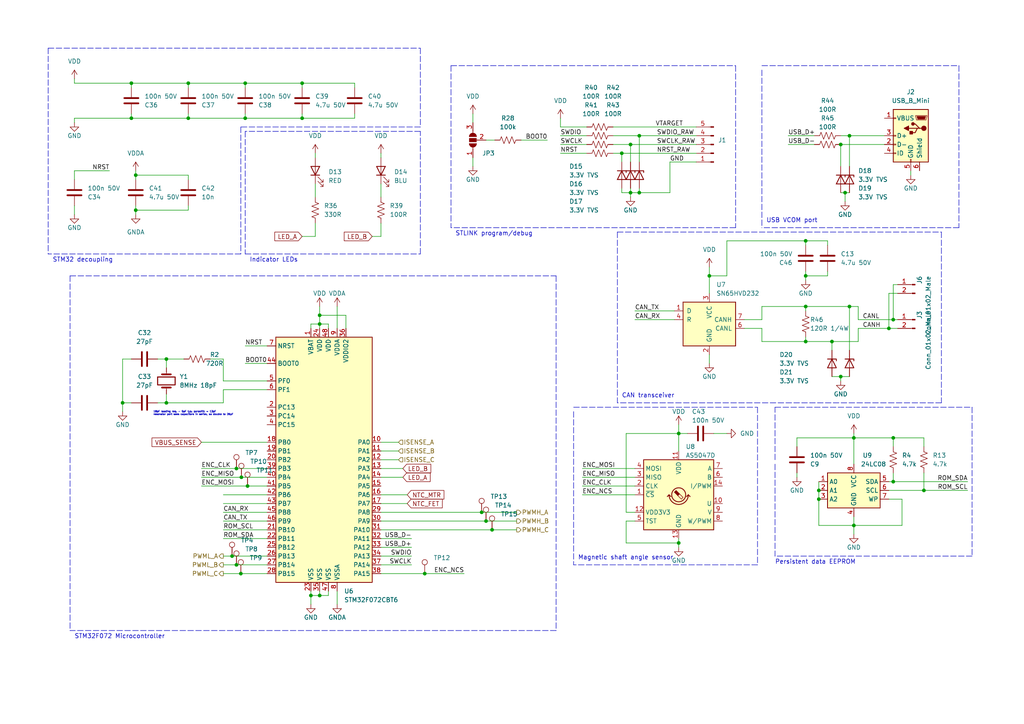
<source format=kicad_sch>
(kicad_sch (version 20211123) (generator eeschema)
  (paper "A4")
  (lib_symbols
    (symbol "Connector:Conn_01x02_Male" (pin_names (offset 1.016) hide)
      (property "Reference" "J" (at 0 2.54 0))
      (property "Value" "Conn_01x02_Male" (at 0 -5.08 0))
      (symbol "Conn_01x02_Male_1_1"
        (pin passive line (at 5.08 0 180) (length 3.81) (name "Pin_1") (number "1"))
        (pin passive line (at 5.08 -2.54 180) (length 3.81) (name "Pin_2") (number "2"))
      )
    )
    (symbol "Connector:Conn_01x05_Male" (pin_names (offset 1.016) hide)
      (property "Reference" "J" (at 0 7.62 0))
      (property "Value" "Conn_01x05_Male" (at 0 -7.62 0))
      (symbol "Conn_01x05_Male_1_1"
        (pin passive line (at 5.08 5.08 180) (length 3.81) (name "Pin_1") (number "1"))
        (pin passive line (at 5.08 2.54 180) (length 3.81) (name "Pin_2") (number "2"))
        (pin passive line (at 5.08 0 180) (length 3.81) (name "Pin_3") (number "3"))
        (pin passive line (at 5.08 -2.54 180) (length 3.81) (name "Pin_4") (number "4"))
        (pin passive line (at 5.08 -5.08 180) (length 3.81) (name "Pin_5") (number "5"))
      )
    )
    (symbol "Connector:TestPoint" (pin_numbers hide) (pin_names (offset 0.762) hide)
      (property "Reference" "TP" (at 0 6.858 0))
      (property "Value" "TestPoint" (at 0 5.08 0))
      (symbol "TestPoint_1_1"
        (pin passive line (at 0 0 90) (length 2.54) (name "1") (number "1"))
      )
    )
    (symbol "Connector:USB_B_Mini" (pin_names (offset 1.016))
      (property "Reference" "J" (at -5.08 11.43 0))
      (property "Value" "USB_B_Mini" (at -5.08 8.89 0))
      (symbol "USB_B_Mini_1_1"
        (pin power_out line (at 7.62 5.08 180) (length 2.54) (name "VBUS") (number "1"))
        (pin bidirectional line (at 7.62 -2.54 180) (length 2.54) (name "D-") (number "2"))
        (pin bidirectional line (at 7.62 0 180) (length 2.54) (name "D+") (number "3"))
        (pin passive line (at 7.62 -5.08 180) (length 2.54) (name "ID") (number "4"))
        (pin power_out line (at 0 -10.16 90) (length 2.54) (name "GND") (number "5"))
        (pin passive line (at -2.54 -10.16 90) (length 2.54) (name "Shield") (number "6"))
      )
    )
    (symbol "Device:C" (pin_numbers hide) (pin_names (offset 0.254))
      (property "Reference" "C" (at 0.635 2.54 0))
      (property "Value" "C" (at 0.635 -2.54 0))
      (symbol "C_1_1"
        (pin passive line (at 0 3.81 270) (length 2.794) (name "~") (number "1"))
        (pin passive line (at 0 -3.81 90) (length 2.794) (name "~") (number "2"))
      )
    )
    (symbol "Device:Crystal" (pin_numbers hide) (pin_names (offset 1.016) hide)
      (property "Reference" "Y" (at 0 3.81 0))
      (property "Value" "Crystal" (at 0 -3.81 0))
      (symbol "Crystal_1_1"
        (pin passive line (at -3.81 0 0) (length 1.27) (name "1") (number "1"))
        (pin passive line (at 3.81 0 180) (length 1.27) (name "2") (number "2"))
      )
    )
    (symbol "Device:LED" (pin_numbers hide) (pin_names (offset 1.016) hide)
      (property "Reference" "D" (at 0 2.54 0))
      (property "Value" "LED" (at 0 -2.54 0))
      (symbol "LED_1_1"
        (pin passive line (at -3.81 0 0) (length 2.54) (name "K") (number "1"))
        (pin passive line (at 3.81 0 180) (length 2.54) (name "A") (number "2"))
      )
    )
    (symbol "Device:R_US" (pin_numbers hide) (pin_names (offset 0))
      (property "Reference" "R" (at 2.54 0 90))
      (property "Value" "R_US" (at -2.54 0 90))
      (symbol "R_US_1_1"
        (pin passive line (at 0 3.81 270) (length 1.27) (name "~") (number "1"))
        (pin passive line (at 0 -3.81 90) (length 1.27) (name "~") (number "2"))
      )
    )
    (symbol "Diode:ESD5Zxx" (pin_numbers hide) (pin_names hide)
      (property "Reference" "D" (at 0 2.54 0))
      (property "Value" "ESD5Zxx" (at 0 -2.54 0))
      (symbol "ESD5Zxx_1_1"
        (pin passive line (at -3.81 0 0) (length 2.54) (name "K") (number "1"))
        (pin passive line (at 3.81 0 180) (length 2.54) (name "A") (number "2"))
      )
    )
    (symbol "Interface_CAN_LIN:SN65HVD232" (pin_names (offset 1.016))
      (property "Reference" "U" (at -2.54 10.16 0))
      (property "Value" "SN65HVD232" (at -2.54 7.62 0))
      (symbol "SN65HVD232_1_1"
        (pin input line (at -10.16 2.54 0) (length 2.54) (name "D") (number "1"))
        (pin power_in line (at 0 -10.16 90) (length 2.54) (name "GND") (number "2"))
        (pin power_in line (at 0 7.62 270) (length 2.54) (name "VCC") (number "3"))
        (pin output line (at -10.16 0 0) (length 2.54) (name "R") (number "4"))
        (pin no_connect line (at -10.16 -2.54 0) (length 2.54) hide (name "NC") (number "5"))
        (pin bidirectional line (at 10.16 -2.54 180) (length 2.54) (name "CANL") (number "6"))
        (pin bidirectional line (at 10.16 0 180) (length 2.54) (name "CANH") (number "7"))
        (pin no_connect line (at -10.16 -5.08 0) (length 2.54) hide (name "NC") (number "8"))
      )
    )
    (symbol "Jumper:SolderJumper_3_Open" (pin_names (offset 0) hide)
      (property "Reference" "JP" (at -2.54 -2.54 0))
      (property "Value" "SolderJumper_3_Open" (at 0 2.794 0))
      (symbol "SolderJumper_3_Open_1_1"
        (pin passive line (at -5.08 0 0) (length 2.54) (name "A") (number "1"))
        (pin passive line (at 0 -3.81 90) (length 2.54) (name "C") (number "2"))
        (pin passive line (at 5.08 0 180) (length 2.54) (name "B") (number "3"))
      )
    )
    (symbol "MCU_ST_STM32F0:STM32F072C8Tx"
      (property "Reference" "U" (at -15.24 36.83 0))
      (property "Value" "STM32F072C8Tx" (at 7.62 36.83 0))
      (symbol "STM32F072C8Tx_1_1"
        (pin power_in line (at -5.08 38.1 270) (length 2.54) (name "VBAT") (number "1"))
        (pin bidirectional line (at 15.24 5.08 180) (length 2.54) (name "PA0") (number "10"))
        (pin bidirectional line (at 15.24 2.54 180) (length 2.54) (name "PA1") (number "11"))
        (pin bidirectional line (at 15.24 0 180) (length 2.54) (name "PA2") (number "12"))
        (pin bidirectional line (at 15.24 -2.54 180) (length 2.54) (name "PA3") (number "13"))
        (pin bidirectional line (at 15.24 -5.08 180) (length 2.54) (name "PA4") (number "14"))
        (pin bidirectional line (at 15.24 -7.62 180) (length 2.54) (name "PA5") (number "15"))
        (pin bidirectional line (at 15.24 -10.16 180) (length 2.54) (name "PA6") (number "16"))
        (pin bidirectional line (at 15.24 -12.7 180) (length 2.54) (name "PA7") (number "17"))
        (pin bidirectional line (at -17.78 5.08 0) (length 2.54) (name "PB0") (number "18"))
        (pin bidirectional line (at -17.78 2.54 0) (length 2.54) (name "PB1") (number "19"))
        (pin bidirectional line (at -17.78 15.24 0) (length 2.54) (name "PC13") (number "2"))
        (pin bidirectional line (at -17.78 0 0) (length 2.54) (name "PB2") (number "20"))
        (pin bidirectional line (at -17.78 -20.32 0) (length 2.54) (name "PB10") (number "21"))
        (pin bidirectional line (at -17.78 -22.86 0) (length 2.54) (name "PB11") (number "22"))
        (pin power_in line (at -5.08 -38.1 90) (length 2.54) (name "VSS") (number "23"))
        (pin power_in line (at -2.54 38.1 270) (length 2.54) (name "VDD") (number "24"))
        (pin bidirectional line (at -17.78 -25.4 0) (length 2.54) (name "PB12") (number "25"))
        (pin bidirectional line (at -17.78 -27.94 0) (length 2.54) (name "PB13") (number "26"))
        (pin bidirectional line (at -17.78 -30.48 0) (length 2.54) (name "PB14") (number "27"))
        (pin bidirectional line (at -17.78 -33.02 0) (length 2.54) (name "PB15") (number "28"))
        (pin bidirectional line (at 15.24 -15.24 180) (length 2.54) (name "PA8") (number "29"))
        (pin bidirectional line (at -17.78 12.7 0) (length 2.54) (name "PC14") (number "3"))
        (pin bidirectional line (at 15.24 -17.78 180) (length 2.54) (name "PA9") (number "30"))
        (pin bidirectional line (at 15.24 -20.32 180) (length 2.54) (name "PA10") (number "31"))
        (pin bidirectional line (at 15.24 -22.86 180) (length 2.54) (name "PA11") (number "32"))
        (pin bidirectional line (at 15.24 -25.4 180) (length 2.54) (name "PA12") (number "33"))
        (pin bidirectional line (at 15.24 -27.94 180) (length 2.54) (name "PA13") (number "34"))
        (pin power_in line (at -2.54 -38.1 90) (length 2.54) (name "VSS") (number "35"))
        (pin power_in line (at 5.08 38.1 270) (length 2.54) (name "VDDIO2") (number "36"))
        (pin bidirectional line (at 15.24 -30.48 180) (length 2.54) (name "PA14") (number "37"))
        (pin bidirectional line (at 15.24 -33.02 180) (length 2.54) (name "PA15") (number "38"))
        (pin bidirectional line (at -17.78 -2.54 0) (length 2.54) (name "PB3") (number "39"))
        (pin bidirectional line (at -17.78 10.16 0) (length 2.54) (name "PC15") (number "4"))
        (pin bidirectional line (at -17.78 -5.08 0) (length 2.54) (name "PB4") (number "40"))
        (pin bidirectional line (at -17.78 -7.62 0) (length 2.54) (name "PB5") (number "41"))
        (pin bidirectional line (at -17.78 -10.16 0) (length 2.54) (name "PB6") (number "42"))
        (pin bidirectional line (at -17.78 -12.7 0) (length 2.54) (name "PB7") (number "43"))
        (pin input line (at -17.78 27.94 0) (length 2.54) (name "BOOT0") (number "44"))
        (pin bidirectional line (at -17.78 -15.24 0) (length 2.54) (name "PB8") (number "45"))
        (pin bidirectional line (at -17.78 -17.78 0) (length 2.54) (name "PB9") (number "46"))
        (pin power_in line (at 0 -38.1 90) (length 2.54) (name "VSS") (number "47"))
        (pin power_in line (at 0 38.1 270) (length 2.54) (name "VDD") (number "48"))
        (pin input line (at -17.78 22.86 0) (length 2.54) (name "PF0") (number "5"))
        (pin input line (at -17.78 20.32 0) (length 2.54) (name "PF1") (number "6"))
        (pin input line (at -17.78 33.02 0) (length 2.54) (name "NRST") (number "7"))
        (pin power_in line (at 2.54 -38.1 90) (length 2.54) (name "VSSA") (number "8"))
        (pin power_in line (at 2.54 38.1 270) (length 2.54) (name "VDDA") (number "9"))
      )
    )
    (symbol "Memory_EEPROM:24LC08"
      (property "Reference" "U" (at -6.35 6.35 0))
      (property "Value" "24LC08" (at 1.27 6.35 0))
      (symbol "24LC08_1_1"
        (pin input line (at -10.16 2.54 0) (length 2.54) (name "A0") (number "1"))
        (pin input line (at -10.16 0 0) (length 2.54) (name "A1") (number "2"))
        (pin input line (at -10.16 -2.54 0) (length 2.54) (name "A2") (number "3"))
        (pin power_in line (at 0 -7.62 90) (length 2.54) (name "GND") (number "4"))
        (pin bidirectional line (at 10.16 2.54 180) (length 2.54) (name "SDA") (number "5"))
        (pin input line (at 10.16 0 180) (length 2.54) (name "SCL") (number "6"))
        (pin input line (at 10.16 -2.54 180) (length 2.54) (name "WP") (number "7"))
        (pin power_in line (at 0 7.62 270) (length 2.54) (name "VCC") (number "8"))
      )
    )
    (symbol "Sensor_Magnetic:AS5047D"
      (property "Reference" "U" (at -8.89 11.43 0))
      (property "Value" "AS5047D" (at 5.08 11.43 0))
      (symbol "AS5047D_1_1"
        (pin input line (at -12.7 0 0) (length 2.54) (name "~{CS}") (number "1"))
        (pin output line (at 12.7 -2.54 180) (length 2.54) (name "U") (number "10"))
        (pin power_in line (at 0 12.7 270) (length 2.54) (name "VDD") (number "11"))
        (pin power_out line (at -12.7 -5.08 0) (length 2.54) (name "VDD3V3") (number "12"))
        (pin power_in line (at 0 -12.7 90) (length 2.54) (name "GND") (number "13"))
        (pin output line (at 12.7 2.54 180) (length 2.54) (name "I/PWM") (number "14"))
        (pin input line (at -12.7 2.54 0) (length 2.54) (name "CLK") (number "2"))
        (pin output line (at -12.7 5.08 0) (length 2.54) (name "MISO") (number "3"))
        (pin input line (at -12.7 7.62 0) (length 2.54) (name "MOSI") (number "4"))
        (pin input line (at -12.7 -7.62 0) (length 2.54) (name "TST") (number "5"))
        (pin output line (at 12.7 5.08 180) (length 2.54) (name "B") (number "6"))
        (pin output line (at 12.7 7.62 180) (length 2.54) (name "A") (number "7"))
        (pin output line (at 12.7 -7.62 180) (length 2.54) (name "W/PWM") (number "8"))
        (pin output line (at 12.7 -5.08 180) (length 2.54) (name "V") (number "9"))
      )
    )
    (symbol "power:GND" (power) (pin_names (offset 0))
      (property "Value" "GND" (at 0 -3.81 0))
      (symbol "GND_1_1"
        (pin power_in line (at 0 0 270) (length 0) hide (name "GND") (number "1"))
      )
    )
    (symbol "power:GNDA" (power) (pin_names (offset 0))
      (property "Value" "GNDA" (at 0 -3.81 0))
      (symbol "GNDA_1_1"
        (pin power_in line (at 0 0 270) (length 0) hide (name "GNDA") (number "1"))
      )
    )
    (symbol "power:VDD" (power) (pin_names (offset 0))
      (property "Value" "VDD" (at 0 3.81 0))
      (symbol "VDD_1_1"
        (pin power_in line (at 0 0 90) (length 0) hide (name "VDD") (number "1"))
      )
    )
    (symbol "power:VDDA" (power) (pin_names (offset 0))
      (property "Value" "VDDA" (at 0 3.81 0))
      (symbol "VDDA_1_1"
        (pin power_in line (at 0 0 90) (length 0) hide (name "VDDA") (number "1"))
      )
    )
  )
  (junction (at 123.19 166.37))
  (junction (at 233.68 88.9))
  (junction (at 259.08 139.7))
  (junction (at 205.74 80.01))
  (junction (at 67.31 161.29))
  (junction (at 48.26 116.84))
  (junction (at 246.38 39.37))
  (junction (at 92.71 93.98))
  (junction (at 38.1 24.13))
  (junction (at 182.88 41.91))
  (junction (at 69.85 166.37))
  (junction (at 245.11 55.88))
  (junction (at 246.38 88.9))
  (junction (at 48.26 104.14))
  (junction (at 139.7 148.59))
  (junction (at 185.42 39.37))
  (junction (at 70.0138 138.43))
  (junction (at 247.65 152.4))
  (junction (at 182.88 55.88))
  (junction (at 87.63 34.29))
  (junction (at 54.61 24.13))
  (junction (at 142.7212 153.67))
  (junction (at 68.58 163.83))
  (junction (at 71.7979 140.97))
  (junction (at 233.68 80.01))
  (junction (at 92.71 172.72))
  (junction (at 259.08 127))
  (junction (at 196.85 125.73))
  (junction (at 267.97 142.24))
  (junction (at 35.56 116.84))
  (junction (at 259.08 92.71))
  (junction (at 180.34 44.45))
  (junction (at 185.42 55.88))
  (junction (at 87.63 24.13))
  (junction (at 233.68 69.85))
  (junction (at 39.37 50.8))
  (junction (at 140.97 151.13))
  (junction (at 233.68 99.06))
  (junction (at 241.3 99.06))
  (junction (at 68.58 135.89))
  (junction (at 54.61 34.29))
  (junction (at 247.65 127))
  (junction (at 196.85 157.48))
  (junction (at 243.84 41.91))
  (junction (at 243.84 109.22))
  (junction (at 90.17 172.72))
  (junction (at 237.49 142.24))
  (junction (at 237.49 144.78))
  (junction (at 92.71 91.44))
  (junction (at 71.12 34.29))
  (junction (at 257.81 95.25))
  (junction (at 38.1 34.29))
  (junction (at 71.12 24.13))
  (junction (at 39.37 60.96))
  (wire (pts (xy 54.61 34.29) (xy 54.61 33.02)))
  (wire (pts (xy 110.49 153.67) (xy 142.7212 153.67)))
  (polyline (pts (xy 281.94 161.29) (xy 224.79 161.29)))
  (wire (pts (xy 196.85 123.19) (xy 196.85 125.73)))
  (wire (pts (xy 248.92 92.71) (xy 259.08 92.71)))
  (wire (pts (xy 196.85 130.81) (xy 196.85 125.73)))
  (wire (pts (xy 71.7979 140.97) (xy 77.47 140.97)))
  (wire (pts (xy 21.59 22.86) (xy 21.59 24.13)))
  (polyline (pts (xy 179.07 67.31) (xy 179.07 116.84)))
  (wire (pts (xy 21.59 24.13) (xy 38.1 24.13)))
  (wire (pts (xy 184.15 148.59) (xy 181.61 148.59)))
  (wire (pts (xy 248.92 95.25) (xy 257.81 95.25)))
  (wire (pts (xy 168.91 140.97) (xy 184.15 140.97)))
  (wire (pts (xy 35.56 116.84) (xy 35.56 119.38)))
  (wire (pts (xy 185.42 39.37) (xy 201.93 39.37)))
  (wire (pts (xy 240.03 71.12) (xy 240.03 69.85)))
  (wire (pts (xy 90.17 171.45) (xy 90.17 172.72)))
  (polyline (pts (xy 213.36 66.04) (xy 130.81 66.04)))
  (wire (pts (xy 246.38 88.9) (xy 246.38 101.6)))
  (wire (pts (xy 64.77 146.05) (xy 77.47 146.05)))
  (wire (pts (xy 215.9 92.71) (xy 220.98 92.71)))
  (polyline (pts (xy 69.85 73.66) (xy 13.97 73.66)))
  (wire (pts (xy 259.08 129.54) (xy 259.08 127)))
  (wire (pts (xy 180.34 44.45) (xy 180.34 46.99)))
  (wire (pts (xy 64.77 148.59) (xy 77.47 148.59)))
  (polyline (pts (xy 219.71 118.11) (xy 219.71 163.83)))
  (wire (pts (xy 90.17 95.25) (xy 90.17 93.98)))
  (wire (pts (xy 237.49 142.24) (xy 237.49 144.78)))
  (polyline (pts (xy 166.37 118.11) (xy 219.71 118.11)))
  (wire (pts (xy 110.49 44.45) (xy 110.49 45.72)))
  (wire (pts (xy 248.92 92.71) (xy 248.92 88.9)))
  (wire (pts (xy 71.12 24.13) (xy 71.12 25.4)))
  (wire (pts (xy 257.81 85.09) (xy 257.81 95.25)))
  (wire (pts (xy 267.97 137.16) (xy 267.97 142.24)))
  (wire (pts (xy 228.6 39.37) (xy 236.22 39.37)))
  (wire (pts (xy 116.84 135.89) (xy 110.49 135.89)))
  (wire (pts (xy 233.68 88.9) (xy 246.38 88.9)))
  (wire (pts (xy 247.65 127) (xy 259.08 127)))
  (wire (pts (xy 182.88 46.99) (xy 182.88 41.91)))
  (wire (pts (xy 181.61 125.73) (xy 196.85 125.73)))
  (wire (pts (xy 64.77 156.21) (xy 77.47 156.21)))
  (wire (pts (xy 245.11 55.88) (xy 245.11 58.42)))
  (wire (pts (xy 64.77 166.37) (xy 69.85 166.37)))
  (wire (pts (xy 110.49 163.83) (xy 119.38 163.83)))
  (wire (pts (xy 196.85 125.73) (xy 199.39 125.73)))
  (wire (pts (xy 92.71 95.25) (xy 92.71 93.98)))
  (wire (pts (xy 95.25 171.45) (xy 95.25 172.72)))
  (wire (pts (xy 180.34 54.61) (xy 180.34 55.88)))
  (wire (pts (xy 64.77 113.03) (xy 64.77 116.84)))
  (wire (pts (xy 48.26 114.3) (xy 48.26 116.84)))
  (wire (pts (xy 233.68 78.74) (xy 233.68 80.01)))
  (wire (pts (xy 64.77 153.67) (xy 77.47 153.67)))
  (wire (pts (xy 241.3 109.22) (xy 243.84 109.22)))
  (polyline (pts (xy 20.32 80.01) (xy 161.29 80.01)))
  (polyline (pts (xy 71.12 38.1) (xy 71.12 73.66)))
  (wire (pts (xy 107.95 68.58) (xy 110.49 68.58)))
  (wire (pts (xy 259.08 82.55) (xy 259.08 92.71)))
  (wire (pts (xy 177.8 36.83) (xy 201.93 36.83)))
  (wire (pts (xy 77.47 105.41) (xy 71.12 105.41)))
  (polyline (pts (xy 121.92 38.1) (xy 71.12 38.1)))
  (wire (pts (xy 87.63 34.29) (xy 87.63 33.02)))
  (wire (pts (xy 110.49 53.34) (xy 110.49 57.15)))
  (wire (pts (xy 215.9 95.25) (xy 220.98 95.25)))
  (wire (pts (xy 39.37 50.8) (xy 39.37 52.07)))
  (wire (pts (xy 162.56 41.91) (xy 170.18 41.91)))
  (wire (pts (xy 77.47 113.03) (xy 64.77 113.03)))
  (wire (pts (xy 69.85 166.37) (xy 77.47 166.37)))
  (wire (pts (xy 97.79 88.9) (xy 97.79 95.25)))
  (wire (pts (xy 35.56 104.14) (xy 35.56 116.84)))
  (wire (pts (xy 240.03 69.85) (xy 233.68 69.85)))
  (wire (pts (xy 205.74 102.87) (xy 205.74 105.41)))
  (wire (pts (xy 60.96 104.14) (xy 64.77 104.14)))
  (wire (pts (xy 243.84 55.88) (xy 245.11 55.88)))
  (polyline (pts (xy 224.79 134.62) (xy 224.79 161.29)))
  (wire (pts (xy 264.16 49.53) (xy 264.16 50.8)))
  (wire (pts (xy 54.61 34.29) (xy 71.12 34.29)))
  (wire (pts (xy 181.61 151.13) (xy 181.61 157.48)))
  (polyline (pts (xy 71.12 73.66) (xy 121.92 73.66)))
  (wire (pts (xy 110.49 68.58) (xy 110.49 64.77)))
  (wire (pts (xy 261.62 152.4) (xy 247.65 152.4)))
  (wire (pts (xy 54.61 24.13) (xy 71.12 24.13)))
  (wire (pts (xy 180.34 44.45) (xy 201.93 44.45)))
  (wire (pts (xy 257.81 139.7) (xy 259.08 139.7)))
  (wire (pts (xy 182.88 55.88) (xy 182.88 57.15)))
  (wire (pts (xy 246.38 88.9) (xy 248.92 88.9)))
  (wire (pts (xy 162.56 34.29) (xy 162.56 36.83)))
  (wire (pts (xy 257.81 144.78) (xy 261.62 144.78)))
  (wire (pts (xy 177.8 39.37) (xy 185.42 39.37)))
  (wire (pts (xy 35.56 116.84) (xy 38.1 116.84)))
  (wire (pts (xy 137.16 33.02) (xy 137.16 35.56)))
  (wire (pts (xy 228.6 41.91) (xy 236.22 41.91)))
  (wire (pts (xy 64.77 143.51) (xy 77.47 143.51)))
  (wire (pts (xy 71.12 100.33) (xy 77.47 100.33)))
  (wire (pts (xy 45.72 104.14) (xy 48.26 104.14)))
  (wire (pts (xy 240.03 78.74) (xy 240.03 80.01)))
  (wire (pts (xy 267.97 142.24) (xy 280.67 142.24)))
  (wire (pts (xy 243.84 41.91) (xy 256.54 41.91)))
  (polyline (pts (xy 219.71 163.83) (xy 166.37 163.83)))
  (wire (pts (xy 91.44 44.45) (xy 91.44 45.72)))
  (wire (pts (xy 181.61 148.59) (xy 181.61 125.73)))
  (polyline (pts (xy 224.79 133.35) (xy 224.79 118.11)))
  (polyline (pts (xy 224.79 118.11) (xy 281.94 118.11)))
  (wire (pts (xy 182.88 55.88) (xy 185.42 55.88)))
  (wire (pts (xy 118.11 143.51) (xy 110.49 143.51)))
  (wire (pts (xy 95.25 172.72) (xy 92.71 172.72)))
  (wire (pts (xy 110.49 151.13) (xy 140.97 151.13)))
  (wire (pts (xy 54.61 60.96) (xy 39.37 60.96)))
  (wire (pts (xy 168.91 138.43) (xy 184.15 138.43)))
  (wire (pts (xy 123.19 166.37) (xy 134.62 166.37)))
  (wire (pts (xy 90.17 175.26) (xy 90.17 172.72)))
  (wire (pts (xy 185.42 39.37) (xy 185.42 46.99)))
  (wire (pts (xy 38.1 104.14) (xy 35.56 104.14)))
  (wire (pts (xy 118.11 146.05) (xy 110.49 146.05)))
  (wire (pts (xy 194.31 46.99) (xy 194.31 55.88)))
  (wire (pts (xy 210.82 80.01) (xy 205.74 80.01)))
  (wire (pts (xy 110.49 158.75) (xy 119.38 158.75)))
  (wire (pts (xy 257.81 142.24) (xy 267.97 142.24)))
  (wire (pts (xy 70.0138 138.43) (xy 77.47 138.43)))
  (wire (pts (xy 110.49 166.37) (xy 123.19 166.37)))
  (wire (pts (xy 151.13 40.64) (xy 158.75 40.64)))
  (polyline (pts (xy 220.98 19.05) (xy 278.13 19.05)))
  (polyline (pts (xy 161.29 182.88) (xy 20.32 182.88)))
  (wire (pts (xy 205.74 77.47) (xy 205.74 80.01)))
  (wire (pts (xy 54.61 24.13) (xy 54.61 25.4)))
  (wire (pts (xy 220.98 99.06) (xy 233.68 99.06)))
  (wire (pts (xy 261.62 144.78) (xy 261.62 152.4)))
  (wire (pts (xy 240.03 80.01) (xy 233.68 80.01)))
  (polyline (pts (xy 20.32 80.01) (xy 20.32 182.88)))
  (wire (pts (xy 68.58 135.89) (xy 77.47 135.89)))
  (wire (pts (xy 38.1 24.13) (xy 38.1 25.4)))
  (wire (pts (xy 248.92 95.25) (xy 248.92 99.06)))
  (wire (pts (xy 246.38 39.37) (xy 246.38 48.26)))
  (wire (pts (xy 247.65 152.4) (xy 247.65 154.94)))
  (polyline (pts (xy 273.05 67.31) (xy 273.05 116.84)))
  (wire (pts (xy 243.84 39.37) (xy 246.38 39.37)))
  (wire (pts (xy 237.49 144.78) (xy 237.49 152.4)))
  (wire (pts (xy 97.79 171.45) (xy 97.79 175.26)))
  (wire (pts (xy 194.31 55.88) (xy 185.42 55.88)))
  (wire (pts (xy 260.35 82.55) (xy 259.08 82.55)))
  (wire (pts (xy 267.97 127) (xy 259.08 127)))
  (wire (pts (xy 38.1 34.29) (xy 54.61 34.29)))
  (polyline (pts (xy 213.36 19.05) (xy 213.36 66.04)))
  (wire (pts (xy 110.49 128.27) (xy 115.57 128.27)))
  (wire (pts (xy 38.1 34.29) (xy 38.1 33.02)))
  (wire (pts (xy 243.84 109.22) (xy 243.84 110.49)))
  (wire (pts (xy 243.84 41.91) (xy 243.84 48.26)))
  (wire (pts (xy 162.56 36.83) (xy 170.18 36.83)))
  (wire (pts (xy 185.42 55.88) (xy 185.42 54.61)))
  (wire (pts (xy 260.35 85.09) (xy 257.81 85.09)))
  (wire (pts (xy 220.98 88.9) (xy 233.68 88.9)))
  (polyline (pts (xy 13.97 13.97) (xy 13.97 73.66)))
  (wire (pts (xy 54.61 59.69) (xy 54.61 60.96)))
  (wire (pts (xy 259.08 139.7) (xy 280.67 139.7)))
  (wire (pts (xy 140.97 151.13) (xy 149.86 151.13)))
  (wire (pts (xy 39.37 49.53) (xy 39.37 50.8)))
  (wire (pts (xy 182.88 54.61) (xy 182.88 55.88)))
  (wire (pts (xy 210.82 69.85) (xy 210.82 80.01)))
  (wire (pts (xy 194.31 46.99) (xy 201.93 46.99)))
  (wire (pts (xy 39.37 60.96) (xy 39.37 59.69)))
  (wire (pts (xy 48.26 104.14) (xy 53.34 104.14)))
  (wire (pts (xy 257.81 95.25) (xy 260.35 95.25)))
  (wire (pts (xy 38.1 24.13) (xy 54.61 24.13)))
  (wire (pts (xy 237.49 139.7) (xy 237.49 142.24)))
  (wire (pts (xy 233.68 99.06) (xy 233.68 97.79)))
  (wire (pts (xy 92.71 91.44) (xy 100.33 91.44)))
  (wire (pts (xy 247.65 125.73) (xy 247.65 127)))
  (wire (pts (xy 259.08 92.71) (xy 260.35 92.71)))
  (wire (pts (xy 180.34 55.88) (xy 182.88 55.88)))
  (wire (pts (xy 87.63 68.58) (xy 91.44 68.58)))
  (wire (pts (xy 68.58 163.83) (xy 77.47 163.83)))
  (wire (pts (xy 162.56 44.45) (xy 170.18 44.45)))
  (wire (pts (xy 116.84 138.43) (xy 110.49 138.43)))
  (wire (pts (xy 182.88 41.91) (xy 201.93 41.91)))
  (polyline (pts (xy 278.13 66.04) (xy 220.98 66.04)))
  (wire (pts (xy 64.77 151.13) (xy 77.47 151.13)))
  (wire (pts (xy 21.59 59.69) (xy 21.59 62.23)))
  (wire (pts (xy 92.71 88.9) (xy 92.71 91.44)))
  (wire (pts (xy 48.26 104.14) (xy 48.26 106.68)))
  (wire (pts (xy 247.65 127) (xy 247.65 134.62)))
  (polyline (pts (xy 130.81 19.05) (xy 213.36 19.05)))
  (wire (pts (xy 243.84 109.22) (xy 246.38 109.22)))
  (wire (pts (xy 91.44 68.58) (xy 91.44 64.77)))
  (wire (pts (xy 110.49 148.59) (xy 139.7 148.59)))
  (wire (pts (xy 184.15 92.71) (xy 195.58 92.71)))
  (wire (pts (xy 87.63 34.29) (xy 102.87 34.29)))
  (wire (pts (xy 110.49 156.21) (xy 119.38 156.21)))
  (polyline (pts (xy 281.94 118.11) (xy 281.94 161.29)))
  (wire (pts (xy 92.71 172.72) (xy 92.71 171.45)))
  (polyline (pts (xy 179.07 67.31) (xy 273.05 67.31)))
  (wire (pts (xy 184.15 151.13) (xy 181.61 151.13)))
  (polyline (pts (xy 161.29 80.01) (xy 161.29 182.88)))
  (wire (pts (xy 95.25 93.98) (xy 95.25 95.25)))
  (wire (pts (xy 205.74 80.01) (xy 205.74 85.09)))
  (wire (pts (xy 39.37 60.96) (xy 39.37 62.23)))
  (wire (pts (xy 21.59 52.07) (xy 21.59 49.53)))
  (wire (pts (xy 196.85 157.48) (xy 196.85 156.21)))
  (wire (pts (xy 220.98 95.25) (xy 220.98 99.06)))
  (wire (pts (xy 233.68 88.9) (xy 233.68 90.17)))
  (wire (pts (xy 21.59 34.29) (xy 21.59 35.56)))
  (wire (pts (xy 64.77 110.49) (xy 64.77 104.14)))
  (wire (pts (xy 54.61 50.8) (xy 54.61 52.07)))
  (wire (pts (xy 90.17 172.72) (xy 92.71 172.72)))
  (wire (pts (xy 39.37 50.8) (xy 54.61 50.8)))
  (wire (pts (xy 100.33 91.44) (xy 100.33 95.25)))
  (polyline (pts (xy 121.92 36.83) (xy 69.85 36.83)))
  (polyline (pts (xy 278.13 19.05) (xy 278.13 66.04)))
  (wire (pts (xy 139.7 148.59) (xy 149.86 148.59)))
  (wire (pts (xy 181.61 157.48) (xy 196.85 157.48)))
  (polyline (pts (xy 121.92 13.97) (xy 121.92 36.83)))
  (wire (pts (xy 246.38 39.37) (xy 256.54 39.37)))
  (wire (pts (xy 77.47 110.49) (xy 64.77 110.49)))
  (wire (pts (xy 196.85 157.48) (xy 196.85 158.75)))
  (wire (pts (xy 207.01 125.73) (xy 210.82 125.73)))
  (wire (pts (xy 110.49 161.29) (xy 119.38 161.29)))
  (wire (pts (xy 241.3 99.06) (xy 248.92 99.06)))
  (wire (pts (xy 220.98 92.71) (xy 220.98 88.9)))
  (wire (pts (xy 92.71 93.98) (xy 95.25 93.98)))
  (wire (pts (xy 233.68 99.06) (xy 241.3 99.06)))
  (wire (pts (xy 231.14 127) (xy 247.65 127)))
  (wire (pts (xy 87.63 24.13) (xy 102.87 24.13)))
  (wire (pts (xy 21.59 49.53) (xy 31.75 49.53)))
  (wire (pts (xy 110.49 130.81) (xy 115.57 130.81)))
  (polyline (pts (xy 69.85 36.83) (xy 69.85 73.66)))
  (wire (pts (xy 231.14 129.54) (xy 231.14 127)))
  (wire (pts (xy 71.12 34.29) (xy 71.12 33.02)))
  (wire (pts (xy 233.68 71.12) (xy 233.68 69.85)))
  (wire (pts (xy 71.12 34.29) (xy 87.63 34.29)))
  (wire (pts (xy 140.97 40.64) (xy 143.51 40.64)))
  (wire (pts (xy 48.26 116.84) (xy 45.72 116.84)))
  (wire (pts (xy 92.71 93.98) (xy 92.71 91.44)))
  (wire (pts (xy 102.87 24.13) (xy 102.87 25.4)))
  (wire (pts (xy 71.12 24.13) (xy 87.63 24.13)))
  (polyline (pts (xy 121.92 73.66) (xy 121.92 38.1)))
  (polyline (pts (xy 130.81 19.05) (xy 130.81 66.04)))
  (wire (pts (xy 90.17 93.98) (xy 92.71 93.98)))
  (wire (pts (xy 168.91 143.51) (xy 184.15 143.51)))
  (wire (pts (xy 245.11 55.88) (xy 246.38 55.88)))
  (wire (pts (xy 168.91 135.89) (xy 184.15 135.89)))
  (wire (pts (xy 67.31 161.29) (xy 77.47 161.29)))
  (wire (pts (xy 58.42 128.27) (xy 77.47 128.27)))
  (wire (pts (xy 21.59 34.29) (xy 38.1 34.29)))
  (polyline (pts (xy 13.97 13.97) (xy 121.92 13.97)))
  (polyline (pts (xy 273.05 116.84) (xy 179.07 116.84)))
  (wire (pts (xy 91.44 53.34) (xy 91.44 57.15)))
  (wire (pts (xy 247.65 152.4) (xy 247.65 149.86)))
  (wire (pts (xy 241.3 99.06) (xy 241.3 101.6)))
  (polyline (pts (xy 166.37 119.38) (xy 166.37 163.83)))
  (wire (pts (xy 177.8 41.91) (xy 182.88 41.91)))
  (wire (pts (xy 58.42 140.97) (xy 71.7979 140.97)))
  (wire (pts (xy 58.42 138.43) (xy 70.0138 138.43)))
  (wire (pts (xy 110.49 133.35) (xy 115.57 133.35)))
  (wire (pts (xy 177.8 44.45) (xy 180.34 44.45)))
  (wire (pts (xy 210.82 69.85) (xy 233.68 69.85)))
  (wire (pts (xy 64.77 161.29) (xy 67.31 161.29)))
  (wire (pts (xy 64.77 163.83) (xy 68.58 163.83)))
  (wire (pts (xy 137.16 48.26) (xy 137.16 45.72)))
  (wire (pts (xy 102.87 34.29) (xy 102.87 33.02)))
  (wire (pts (xy 231.14 137.16) (xy 231.14 138.43)))
  (wire (pts (xy 233.68 80.01) (xy 233.68 81.28)))
  (wire (pts (xy 162.56 39.37) (xy 170.18 39.37)))
  (wire (pts (xy 87.63 24.13) (xy 87.63 25.4)))
  (wire (pts (xy 237.49 152.4) (xy 247.65 152.4)))
  (wire (pts (xy 58.42 135.89) (xy 68.58 135.89)))
  (wire (pts (xy 184.15 90.17) (xy 195.58 90.17)))
  (wire (pts (xy 259.08 137.16) (xy 259.08 139.7)))
  (wire (pts (xy 142.7212 153.67) (xy 149.86 153.67)))
  (polyline (pts (xy 220.98 20.32) (xy 220.98 66.04)))
  (wire (pts (xy 267.97 129.54) (xy 267.97 127)))
  (wire (pts (xy 48.26 116.84) (xy 64.77 116.84)))
  (text "Indicator LEDs" (at 72.39 76.2 0) (effects (font (size 1.27 1.27)) (justify left bottom)))
  (text "Magnetic shaft angle sensor" (at 167.64 162.56 0) (effects (font (size 1.27 1.27)) (justify left bottom)))
  (text "18pF loading req. - 5pF typ. parasitic = 13pF\nresonator port sees capacitors in series, so double to 26pF" (at 44.45 120.65 0) (effects (font (size 0.5 0.5)) (justify left bottom)))
  (text "STM32 decoupling" (at 15.24 76.2 0) (effects (font (size 1.27 1.27)) (justify left bottom)))
  (text "USB VCOM port" (at 222.25 64.77 0) (effects (font (size 1.27 1.27)) (justify left bottom)))
  (text "Persistent data EEPROM" (at 224.79 163.83 0) (effects (font (size 1.27 1.27)) (justify left bottom)))
  (text "CAN transceiver" (at 180.34 115.57 0) (effects (font (size 1.27 1.27)) (justify left bottom)))
  (text "STM32F072 Microcontroller" (at 21.59 185.42 0) (effects (font (size 1.27 1.27)) (justify left bottom)))
  (text "STLINK program/debug" (at 132.08 68.58 0) (effects (font (size 1.27 1.27)) (justify left bottom)))
  (label "ENC_CLK" (at 168.91 140.97 0))
  (label "ENC_NCS" (at 134.62 166.37 180))
  (label "ENC_MISO" (at 168.91 138.43 0))
  (label "CANH" (at 250.19 95.25 0))
  (label "ENC_NCS" (at 168.91 143.51 0))
  (label "GND" (at 194.31 46.99 0))
  (label "ROM_SCL" (at 64.77 153.67 0))
  (label "BOOT0" (at 158.75 40.64 180))
  (label "ENC_MOSI" (at 168.91 135.89 0))
  (label "USB_D-" (at 228.6 41.91 0))
  (label "NRST_RAW" (at 190.5 44.45 0))
  (label "VTARGET" (at 198.12 36.83 180))
  (label "ENC_MISO" (at 58.42 138.43 0))
  (label "SWDIO_RAW" (at 190.5 39.37 0))
  (label "BOOT0" (at 71.12 105.41 0))
  (label "SWCLK" (at 162.56 41.91 0))
  (label "USB_D-" (at 119.38 156.21 180))
  (label "CAN_RX" (at 64.77 148.59 0))
  (label "CANL" (at 250.19 92.71 0))
  (label "ENC_MOSI" (at 58.42 140.97 0))
  (label "CAN_RX" (at 184.15 92.71 0))
  (label "SWDIO" (at 162.56 39.37 0))
  (label "ROM_SDA" (at 280.67 139.7 180))
  (label "ENC_CLK" (at 58.42 135.89 0))
  (label "NRST" (at 71.12 100.33 0))
  (label "USB_D+" (at 119.38 158.75 180))
  (label "ROM_SDA" (at 64.77 156.21 0))
  (label "USB_D+" (at 228.6 39.37 0))
  (label "SWCLK_RAW" (at 190.5 41.91 0))
  (label "CAN_TX" (at 184.15 90.17 0))
  (label "CAN_TX" (at 64.77 151.13 0))
  (label "SWDIO" (at 119.38 161.29 180))
  (label "NRST" (at 31.75 49.53 180))
  (label "NRST" (at 162.56 44.45 0))
  (label "SWCLK" (at 119.38 163.83 180))
  (label "ROM_SCL" (at 280.67 142.24 180))
  (global_label "LED_B" (shape input) (at 107.95 68.58 180) (property "Intersheet References" "${INTERSHEET_REFS}" (effects hide)))
  (global_label "LED_A" (shape input) (at 87.63 68.58 180) (property "Intersheet References" "${INTERSHEET_REFS}" (effects hide)))
  (global_label "NTC_FET" (shape input) (at 118.11 146.05 0) (property "Intersheet References" "${INTERSHEET_REFS}" (effects hide)))
  (global_label "LED_B" (shape input) (at 116.84 135.89 0) (property "Intersheet References" "${INTERSHEET_REFS}" (effects hide)))
  (global_label "LED_A" (shape input) (at 116.84 138.43 0) (property "Intersheet References" "${INTERSHEET_REFS}" (effects hide)))
  (global_label "VBUS_SENSE" (shape input) (at 58.42 128.27 180) (property "Intersheet References" "${INTERSHEET_REFS}" (effects hide)))
  (global_label "NTC_MTR" (shape input) (at 118.11 143.51 0) (property "Intersheet References" "${INTERSHEET_REFS}" (effects hide)))
  (hierarchical_label "PWMH_B" (shape output) (at 149.86 151.13 0))
  (hierarchical_label "PWMH_A" (shape output) (at 149.86 148.59 0))
  (hierarchical_label "ISENSE_C" (shape input) (at 115.57 133.35 0))
  (hierarchical_label "PWMH_C" (shape output) (at 149.86 153.67 0))
  (hierarchical_label "PWML_C" (shape output) (at 64.77 166.37 180))
  (hierarchical_label "ISENSE_B" (shape input) (at 115.57 130.81 0))
  (hierarchical_label "PWML_A" (shape output) (at 64.77 161.29 180))
  (hierarchical_label "ISENSE_A" (shape input) (at 115.57 128.27 0))
  (hierarchical_label "PWML_B" (shape output) (at 64.77 163.83 180))
  (symbol (lib_id "power:GND") (at 210.82 125.73 90) (unit 1)
    (property "Reference" "#PWR065" (effects hide))
    (property "Value" "GND" (at 214.63 125.7299 90) (effects (justify right)))
  )
  (symbol (lib_id "Connector:TestPoint") (at 139.7 148.59 0) (unit 1)
    (property "Reference" "TP13" (at 142.24 144.0179 0) (effects (justify left)))
    (property "Value" " " (effects hide))
    (property "Footprint" "Connector_PinHeader_1.00mm:PinHeader_1x01_P1.00mm_Vertical" (effects hide))
  )
  (symbol (lib_id "power:GND") (at 247.65 154.94 0) (unit 1)
    (property "Reference" "#PWR0106" (effects hide))
    (property "Value" "GND" (at 247.65 158.75 0))
  )
  (symbol (lib_id "Device:Crystal") (at 48.26 110.49 90) (mirror x) (unit 1)
    (property "Reference" "Y1" (at 52.07 109.2199 90) (effects (justify right)))
    (property "Value" "8MHz 18pF" (at 52.07 111.7599 90) (effects (justify right)))
    (property "Footprint" "Crystal:Crystal_SMD_HC49-SD" (effects hide))
    (property "Datasheet" "https://abracon.com/Resonators/ABLS.pdf" (effects hide))
    (property "part_number" "ABLS-8.000MHZ-D-T" (effects hide))
  )
  (symbol (lib_id "Device:C") (at 54.61 55.88 0) (unit 1)
    (property "Reference" "C42" (at 58.42 54.6099 0) (effects (justify left)))
    (property "Value" "10n" (at 58.42 57.15 0) (effects (justify left)))
    (property "Footprint" "Resistor_SMD:R_0805_2012Metric_Pad1.20x1.40mm_HandSolder" (effects hide))
    (property "part_number" "GCM219R71H103KA37D" (effects hide))
  )
  (symbol (lib_id "Diode:ESD5Zxx") (at 243.84 52.07 270) (unit 1)
    (property "Reference" "D18" (at 248.92 49.53 90) (effects (justify left)))
    (property "Value" "3.3V TVS" (at 248.92 52.07 90) (effects (justify left)))
    (property "Footprint" "Diode_SMD:D_SOD-523" (effects hide))
    (property "Datasheet" "https://www.onsemi.com/pdf/datasheet/esd5z2.5t1-d.pdf" (effects hide))
    (property "part_number" "ESD5Z3.3T5G" (effects hide))
  )
  (symbol (lib_id "Device:C") (at 102.87 29.21 0) (unit 1)
    (property "Reference" "C40" (at 106.68 27.9399 0) (effects (justify left)))
    (property "Value" "4.7u 50V" (at 106.68 30.4799 0) (effects (justify left)))
    (property "Footprint" "Capacitor_SMD:C_1206_3216Metric_Pad1.33x1.80mm_HandSolder" (effects hide))
    (property "part_number" "GRM31CR71H475KA12L" (effects hide))
  )
  (symbol (lib_id "Device:LED") (at 110.49 49.53 90) (unit 1)
    (property "Reference" "D14" (at 114.3 49.8474 90) (effects (justify right)))
    (property "Value" "BLU" (at 114.3 52.3874 90) (effects (justify right)))
    (property "Footprint" "LED_SMD:LED_0805_2012Metric_Pad1.15x1.40mm_HandSolder" (effects hide))
    (property "part_number" "LTST-C171TBKT" (effects hide))
  )
  (symbol (lib_id "power:GND") (at 90.17 175.26 0) (unit 1)
    (property "Reference" "#PWR048" (effects hide))
    (property "Value" "GND" (at 90.17 179.07 0))
  )
  (symbol (lib_id "power:GND") (at 35.56 119.38 0) (unit 1)
    (property "Reference" "#PWR042" (effects hide))
    (property "Value" "GND" (at 35.56 123.19 0))
  )
  (symbol (lib_id "power:VDDA") (at 39.37 49.53 0) (mirror y) (unit 1)
    (property "Reference" "#PWR054" (effects hide))
    (property "Value" "VDDA" (at 39.37 44.45 0))
  )
  (symbol (lib_id "Connector:Conn_01x02_Male") (at 265.43 82.55 0) (mirror y) (unit 1)
    (property "Reference" "J6" (at 266.7 80.01 90) (effects (justify right)))
    (property "Value" "Conn_01x02_Male" (at 269.24 80.01 90) (effects (justify right)))
    (property "Footprint" "Connector_JST:JST_XH_B2B-XH-A_1x02_P2.50mm_Vertical" (effects hide))
  )
  (symbol (lib_id "power:VDD") (at 110.49 44.45 0) (unit 1)
    (property "Reference" "#PWR056" (effects hide))
    (property "Value" "VDD" (at 110.49 39.37 0))
  )
  (symbol (lib_id "Diode:ESD5Zxx") (at 246.38 105.41 270) (unit 1)
    (property "Reference" "D21" (at 226.06 107.95 90) (effects (justify left)))
    (property "Value" "3.3V TVS" (at 226.06 110.49 90) (effects (justify left)))
    (property "Footprint" "Diode_SMD:D_SOD-523" (effects hide))
    (property "Datasheet" "https://www.onsemi.com/pdf/datasheet/esd5z2.5t1-d.pdf" (effects hide))
    (property "part_number" "ESD5Z3.3T5G" (effects hide))
  )
  (symbol (lib_id "power:VDD") (at 196.85 123.19 0) (unit 1)
    (property "Reference" "#PWR063" (effects hide))
    (property "Value" "VDD" (at 196.85 119.38 0))
  )
  (symbol (lib_id "power:VDD") (at 137.16 33.02 0) (unit 1)
    (property "Reference" "#PWR0104" (effects hide))
    (property "Value" "VDD" (at 137.16 27.94 0))
  )
  (symbol (lib_id "Diode:ESD5Zxx") (at 180.34 50.8 270) (unit 1)
    (property "Reference" "D15" (at 165.1 48.26 90) (effects (justify left)))
    (property "Value" "3.3V TVS" (at 165.1 50.8 90) (effects (justify left)))
    (property "Footprint" "Diode_SMD:D_SOD-523" (effects hide))
    (property "Datasheet" "https://www.onsemi.com/pdf/datasheet/esd5z2.5t1-d.pdf" (effects hide))
    (property "part_number" "ESD5Z3.3T5G" (effects hide))
  )
  (symbol (lib_id "Interface_CAN_LIN:SN65HVD232") (at 205.74 92.71 0) (unit 1)
    (property "Reference" "U7" (at 207.7594 82.55 0) (effects (justify left)))
    (property "Value" "SN65HVD232" (at 207.7594 85.09 0) (effects (justify left)))
    (property "Footprint" "Package_SO:SOIC-8_3.9x4.9mm_P1.27mm" (effects hide))
    (property "Datasheet" "http://www.ti.com/lit/ds/symlink/sn65hvd230.pdf" (effects hide))
    (property "part_number" "SN65HVD232" (effects hide))
  )
  (symbol (lib_id "Device:C") (at 240.03 74.93 0) (unit 1)
    (property "Reference" "C13" (at 243.84 73.6599 0) (effects (justify left)))
    (property "Value" "4.7u 50V" (at 243.84 76.1999 0) (effects (justify left)))
    (property "Footprint" "Capacitor_SMD:C_1206_3216Metric_Pad1.33x1.80mm_HandSolder" (effects hide))
    (property "part_number" "GRM31CR71H475KA12L" (effects hide))
  )
  (symbol (lib_id "power:GND") (at 264.16 50.8 0) (unit 1)
    (property "Reference" "#PWR072" (effects hide))
    (property "Value" "GND" (at 264.16 54.61 0))
  )
  (symbol (lib_id "Diode:ESD5Zxx") (at 185.42 50.8 270) (unit 1)
    (property "Reference" "D17" (at 165.1 58.42 90) (effects (justify left)))
    (property "Value" "3.3V TVS" (at 165.1 60.96 90) (effects (justify left)))
    (property "Footprint" "Diode_SMD:D_SOD-523" (effects hide))
    (property "Datasheet" "https://www.onsemi.com/pdf/datasheet/esd5z2.5t1-d.pdf" (effects hide))
    (property "part_number" "ESD5Z3.3T5G" (effects hide))
  )
  (symbol (lib_id "Device:LED") (at 91.44 49.53 90) (unit 1)
    (property "Reference" "D13" (at 95.25 49.8474 90) (effects (justify right)))
    (property "Value" "RED" (at 95.25 52.3874 90) (effects (justify right)))
    (property "Footprint" "LED_SMD:LED_0805_2012Metric_Pad1.15x1.40mm_HandSolder" (effects hide))
    (property "part_number" "LTST-C171KRKT" (effects hide))
  )
  (symbol (lib_id "Connector:TestPoint") (at 67.31 161.29 0) (unit 1)
    (property "Reference" "TP4" (at 69.85 156.7179 0) (effects (justify left)))
    (property "Value" " " (effects hide))
    (property "Footprint" "Connector_PinHeader_1.00mm:PinHeader_1x01_P1.00mm_Vertical" (effects hide))
  )
  (symbol (lib_id "power:GNDA") (at 97.79 175.26 0) (unit 1)
    (property "Reference" "#PWR051" (effects hide))
    (property "Value" "GNDA" (at 97.79 179.07 0))
  )
  (symbol (lib_id "power:GND") (at 205.74 105.41 0) (unit 1)
    (property "Reference" "#PWR062" (effects hide))
    (property "Value" "GND" (at 205.74 109.22 0))
  )
  (symbol (lib_id "MCU_ST_STM32F0:STM32F072C8Tx") (at 95.25 133.35 0) (unit 1)
    (property "Reference" "U6" (at 99.8094 171.45 0) (effects (justify left)))
    (property "Value" "STM32F072CBT6" (at 99.8094 173.99 0) (effects (justify left)))
    (property "Footprint" "Package_QFP:LQFP-48_7x7mm_P0.5mm" (effects hide))
    (property "Datasheet" "http://www.st.com/st-web-ui/static/active/en/resource/technical/document/datasheet/DM00090510.pdf" (effects hide))
    (property "part_number" "STM32F072CBT6" (effects hide))
  )
  (symbol (lib_id "Device:R_US") (at 147.32 40.64 90) (unit 1)
    (property "Reference" "R28" (at 147.32 34.29 90))
    (property "Value" "100k" (at 147.32 36.83 90))
    (property "Footprint" "Resistor_SMD:R_0805_2012Metric_Pad1.20x1.40mm_HandSolder" (effects hide))
    (property "part_number" "RC0805FR-07100KL" (effects hide))
  )
  (symbol (lib_id "Connector:TestPoint") (at 68.58 163.83 0) (unit 1)
    (property "Reference" "TP8" (at 71.12 159.2579 0) (effects (justify left)))
    (property "Value" " " (effects hide))
    (property "Footprint" "Connector_PinHeader_1.00mm:PinHeader_1x01_P1.00mm_Vertical" (effects hide))
  )
  (symbol (lib_id "power:VDD") (at 162.56 34.29 0) (unit 1)
    (property "Reference" "#PWR058" (effects hide))
    (property "Value" "VDD" (at 162.56 29.21 0))
  )
  (symbol (lib_id "power:GND") (at 21.59 62.23 0) (unit 1)
    (property "Reference" "#PWR045" (effects hide))
    (property "Value" "GND" (at 21.59 66.04 0))
  )
  (symbol (lib_id "Device:C") (at 203.2 125.73 270) (mirror x) (unit 1)
    (property "Reference" "C43" (at 200.66 119.38 90) (effects (justify left)))
    (property "Value" "100n 50V" (at 200.66 121.92 90) (effects (justify left)))
    (property "Footprint" "Capacitor_SMD:C_0805_2012Metric" (effects hide))
    (property "part_number" "GCD21BR71H104KA01L" (effects hide))
  )
  (symbol (lib_id "Connector:USB_B_Mini") (at 264.16 39.37 0) (mirror y) (unit 1)
    (property "Reference" "J2" (at 264.16 26.67 0))
    (property "Value" "USB_B_Mini" (at 264.16 29.21 0))
    (property "Footprint" "Connector_USB:USB_Mini-B_Tensility_54-00023_Vertical" (effects hide))
    (property "part_number" "54-00023" (effects hide))
  )
  (symbol (lib_id "Device:R_US") (at 57.15 104.14 270) (unit 1)
    (property "Reference" "R2" (at 62.23 102.87 90))
    (property "Value" "720R" (at 62.23 105.41 90))
    (property "Footprint" "Resistor_SMD:R_0805_2012Metric_Pad1.20x1.40mm_HandSolder" (effects hide))
    (property "part_number" "RC0805FR-07100RL" (effects hide))
  )
  (symbol (lib_id "power:GND") (at 245.11 58.42 0) (unit 1)
    (property "Reference" "#PWR067" (effects hide))
    (property "Value" "GND" (at 245.11 62.23 0))
  )
  (symbol (lib_id "Connector:Conn_01x02_Male") (at 265.43 92.71 0) (mirror y) (unit 1)
    (property "Reference" "J3" (at 266.7 90.17 90) (effects (justify right)))
    (property "Value" "Conn_01x02_Male" (at 269.24 90.17 90) (effects (justify right)))
    (property "Footprint" "Connector_JST:JST_XH_B2B-XH-A_1x02_P2.50mm_Vertical" (effects hide))
  )
  (symbol (lib_id "Device:R_US") (at 240.03 41.91 270) (unit 1)
    (property "Reference" "R45" (at 240.03 34.29 90))
    (property "Value" "100R" (at 240.03 36.83 90))
    (property "Footprint" "Resistor_SMD:R_0805_2012Metric_Pad1.20x1.40mm_HandSolder" (effects hide))
    (property "part_number" "RC0805FR-07100RL" (effects hide))
  )
  (symbol (lib_id "Device:R_US") (at 173.99 44.45 270) (unit 1)
    (property "Reference" "R43" (at 177.8 30.48 90))
    (property "Value" "100R" (at 177.8 33.02 90))
    (property "Footprint" "Resistor_SMD:R_0805_2012Metric_Pad1.20x1.40mm_HandSolder" (effects hide))
    (property "part_number" "RC0805FR-07100RL" (effects hide))
  )
  (symbol (lib_id "Device:C") (at 71.12 29.21 0) (mirror x) (unit 1)
    (property "Reference" "C38" (at 74.93 30.48 0) (effects (justify left)))
    (property "Value" "100n 50V" (at 74.93 27.94 0) (effects (justify left)))
    (property "Footprint" "Capacitor_SMD:C_0805_2012Metric" (effects hide))
    (property "part_number" "GCD21BR71H104KA01L" (effects hide))
  )
  (symbol (lib_id "Device:C") (at 41.91 104.14 90) (unit 1)
    (property "Reference" "C32" (at 41.91 96.52 90))
    (property "Value" "27pF" (at 41.91 99.06 90))
    (property "Footprint" "Capacitor_SMD:C_0805_2012Metric_Pad1.18x1.45mm_HandSolder" (effects hide))
    (property "part_number" "CC0805FRNPO9BN270" (effects hide))
  )
  (symbol (lib_id "power:GND") (at 196.85 158.75 0) (unit 1)
    (property "Reference" "#PWR064" (effects hide))
    (property "Value" "GND" (at 196.85 162.56 0))
  )
  (symbol (lib_id "Connector:Conn_01x05_Male") (at 207.01 41.91 180) (unit 1)
    (property "Reference" "J1" (at 208.28 40.6399 0) (effects (justify right)))
    (property "Value" " " (at 208.28 43.1799 0) (effects (justify right)))
    (property "Footprint" "Connector_PinHeader_2.54mm:PinHeader_1x05_P2.54mm_Vertical" (effects hide))
  )
  (symbol (lib_id "Device:R_US") (at 110.49 60.96 180) (unit 1)
    (property "Reference" "R39" (at 113.03 59.6899 0) (effects (justify right)))
    (property "Value" "100R" (at 113.03 62.2299 0) (effects (justify right)))
    (property "Footprint" "Resistor_SMD:R_0805_2012Metric_Pad1.20x1.40mm_HandSolder" (effects hide))
    (property "part_number" "RC0805FR-07100RL" (effects hide))
  )
  (symbol (lib_id "power:VDD") (at 247.65 125.73 0) (unit 1)
    (property "Reference" "#PWR0107" (effects hide))
    (property "Value" "VDD" (at 247.65 120.65 0))
  )
  (symbol (lib_id "Device:R_US") (at 173.99 39.37 270) (unit 1)
    (property "Reference" "R41" (at 171.45 30.48 90))
    (property "Value" "100R" (at 171.45 33.02 90))
    (property "Footprint" "Resistor_SMD:R_0805_2012Metric_Pad1.20x1.40mm_HandSolder" (effects hide))
    (property "part_number" "RC0805FR-07100RL" (effects hide))
  )
  (symbol (lib_id "Device:C") (at 87.63 29.21 0) (unit 1)
    (property "Reference" "C39" (at 91.44 27.9399 0) (effects (justify left)))
    (property "Value" "4.7u 50V" (at 91.44 30.4799 0) (effects (justify left)))
    (property "Footprint" "Capacitor_SMD:C_1206_3216Metric_Pad1.33x1.80mm_HandSolder" (effects hide))
    (property "part_number" "GRM31CR71H475KA12L" (effects hide))
  )
  (symbol (lib_id "Diode:ESD5Zxx") (at 241.3 105.41 270) (unit 1)
    (property "Reference" "D20" (at 226.06 102.87 90) (effects (justify left)))
    (property "Value" "3.3V TVS" (at 226.06 105.41 90) (effects (justify left)))
    (property "Footprint" "Diode_SMD:D_SOD-523" (effects hide))
    (property "Datasheet" "https://www.onsemi.com/pdf/datasheet/esd5z2.5t1-d.pdf" (effects hide))
    (property "part_number" "ESD5Z3.3T5G" (effects hide))
  )
  (symbol (lib_id "Device:R_US") (at 233.68 93.98 0) (unit 1)
    (property "Reference" "R46" (at 234.95 92.71 0) (effects (justify left)))
    (property "Value" "120R 1/4W" (at 234.95 95.25 0) (effects (justify left)))
    (property "Footprint" "Resistor_SMD:R_0805_2012Metric_Pad1.20x1.40mm_HandSolder" (effects hide))
    (property "part_number" "RC0805FR-7W120RL" (effects hide))
  )
  (symbol (lib_id "Device:R_US") (at 267.97 133.35 0) (unit 1)
    (property "Reference" "R13" (at 270.51 132.0799 0) (effects (justify left)))
    (property "Value" "4.7k" (at 270.51 134.6199 0) (effects (justify left)))
    (property "Footprint" "Resistor_SMD:R_0805_2012Metric_Pad1.20x1.40mm_HandSolder" (effects hide))
    (property "part_number" "RC0805FR-074K7L" (effects hide))
  )
  (symbol (lib_id "Diode:ESD5Zxx") (at 246.38 52.07 270) (unit 1)
    (property "Reference" "D19" (at 248.92 54.61 90) (effects (justify left)))
    (property "Value" "3.3V TVS" (at 248.92 57.15 90) (effects (justify left)))
    (property "Footprint" "Diode_SMD:D_SOD-523" (effects hide))
    (property "Datasheet" "https://www.onsemi.com/pdf/datasheet/esd5z2.5t1-d.pdf" (effects hide))
    (property "part_number" "ESD5Z3.3T5G" (effects hide))
  )
  (symbol (lib_id "Device:C") (at 233.68 74.93 180) (unit 1)
    (property "Reference" "C46" (at 229.87 76.2 0) (effects (justify left)))
    (property "Value" "100n 50V" (at 229.87 73.66 0) (effects (justify left)))
    (property "Footprint" "Capacitor_SMD:C_0805_2012Metric" (effects hide))
    (property "part_number" "GCD21BR71H104KA01L" (effects hide))
  )
  (symbol (lib_id "Device:C") (at 231.14 133.35 0) (mirror x) (unit 1)
    (property "Reference" "C9" (at 234.95 134.62 0) (effects (justify left)))
    (property "Value" "100n 50V" (at 234.95 132.08 0) (effects (justify left)))
    (property "Footprint" "Capacitor_SMD:C_0805_2012Metric" (effects hide))
    (property "part_number" "GCD21BR71H104KA01L" (effects hide))
  )
  (symbol (lib_id "power:VDD") (at 91.44 44.45 0) (unit 1)
    (property "Reference" "#PWR052" (effects hide))
    (property "Value" "VDD" (at 91.44 39.37 0))
  )
  (symbol (lib_id "power:VDDA") (at 97.79 88.9 0) (unit 1)
    (property "Reference" "#PWR050" (effects hide))
    (property "Value" "VDDA" (at 97.79 85.09 0))
  )
  (symbol (lib_id "Device:C") (at 21.59 55.88 0) (mirror x) (unit 1)
    (property "Reference" "C34" (at 25.4 57.15 0) (effects (justify left)))
    (property "Value" "100n 50V" (at 25.4 54.61 0) (effects (justify left)))
    (property "Footprint" "Capacitor_SMD:C_0805_2012Metric" (effects hide))
    (property "part_number" "GCD21BR71H104KA01L" (effects hide))
  )
  (symbol (lib_id "Diode:ESD5Zxx") (at 182.88 50.8 270) (unit 1)
    (property "Reference" "D16" (at 165.1 53.34 90) (effects (justify left)))
    (property "Value" "3.3V TVS" (at 165.1 55.88 90) (effects (justify left)))
    (property "Footprint" "Diode_SMD:D_SOD-523" (effects hide))
    (property "Datasheet" "https://www.onsemi.com/pdf/datasheet/esd5z2.5t1-d.pdf" (effects hide))
    (property "part_number" "ESD5Z3.3T5G" (effects hide))
  )
  (symbol (lib_id "Connector:TestPoint") (at 142.7212 153.67 0) (unit 1)
    (property "Reference" "TP15" (at 145.2612 149.0979 0) (effects (justify left)))
    (property "Value" " " (effects hide))
    (property "Footprint" "Connector_PinHeader_1.00mm:PinHeader_1x01_P1.00mm_Vertical" (effects hide))
  )
  (symbol (lib_id "power:GND") (at 243.84 110.49 0) (unit 1)
    (property "Reference" "#PWR069" (effects hide))
    (property "Value" "GND" (at 243.84 114.3 0))
  )
  (symbol (lib_id "Device:R_US") (at 240.03 39.37 270) (unit 1)
    (property "Reference" "R44" (at 240.03 29.21 90))
    (property "Value" "100R" (at 240.03 31.75 90))
    (property "Footprint" "Resistor_SMD:R_0805_2012Metric_Pad1.20x1.40mm_HandSolder" (effects hide))
    (property "part_number" "RC0805FR-07100RL" (effects hide))
  )
  (symbol (lib_id "power:VDD") (at 21.59 22.86 0) (unit 1)
    (property "Reference" "#PWR046" (effects hide))
    (property "Value" "VDD" (at 21.59 17.78 0))
  )
  (symbol (lib_id "Memory_EEPROM:24LC08") (at 247.65 142.24 0) (unit 1)
    (property "Reference" "U9" (at 250.19 132.08 0) (effects (justify left)))
    (property "Value" "24LC08" (at 249.6694 134.62 0) (effects (justify left)))
    (property "Footprint" "Package_SO:SOIC-8_3.9x4.9mm_P1.27mm" (effects hide))
    (property "Datasheet" "http://ww1.microchip.com/downloads/en/DeviceDoc/21710J.pdf" (effects hide))
    (property "part_number" "24LC08BT-I/SN" (effects hide))
  )
  (symbol (lib_id "Device:R_US") (at 259.08 133.35 0) (unit 1)
    (property "Reference" "R4" (at 261.62 132.0799 0) (effects (justify left)))
    (property "Value" "4.7k" (at 261.62 134.6199 0) (effects (justify left)))
    (property "Footprint" "Resistor_SMD:R_0805_2012Metric_Pad1.20x1.40mm_HandSolder" (effects hide))
    (property "part_number" "RC0805FR-074K7L" (effects hide))
  )
  (symbol (lib_id "power:VDD") (at 205.74 77.47 0) (unit 1)
    (property "Reference" "#PWR061" (effects hide))
    (property "Value" "VDD" (at 205.74 72.39 0))
  )
  (symbol (lib_id "Device:C") (at 38.1 29.21 0) (mirror x) (unit 1)
    (property "Reference" "C36" (at 41.91 30.48 0) (effects (justify left)))
    (property "Value" "100n 50V" (at 41.91 27.94 0) (effects (justify left)))
    (property "Footprint" "Capacitor_SMD:C_0805_2012Metric" (effects hide))
    (property "part_number" "GCD21BR71H104KA01L" (effects hide))
  )
  (symbol (lib_id "Connector:TestPoint") (at 123.19 166.37 0) (unit 1)
    (property "Reference" "TP12" (at 125.73 161.7979 0) (effects (justify left)))
    (property "Value" " " (effects hide))
    (property "Footprint" "Connector_PinHeader_1.00mm:PinHeader_1x01_P1.00mm_Vertical" (effects hide))
  )
  (symbol (lib_id "Connector:TestPoint") (at 71.7979 140.97 0) (unit 1)
    (property "Reference" "TP11" (at 74.3379 136.3979 0) (effects (justify left)))
    (property "Value" " " (effects hide))
    (property "Footprint" "Connector_PinHeader_1.00mm:PinHeader_1x01_P1.00mm_Vertical" (effects hide))
  )
  (symbol (lib_id "power:GND") (at 231.14 138.43 0) (unit 1)
    (property "Reference" "#PWR0105" (effects hide))
    (property "Value" "GND" (at 231.14 142.24 0))
  )
  (symbol (lib_id "Device:C") (at 41.91 116.84 90) (unit 1)
    (property "Reference" "C33" (at 41.91 109.22 90))
    (property "Value" "27pF" (at 41.91 111.76 90))
    (property "Footprint" "Capacitor_SMD:C_0805_2012Metric_Pad1.18x1.45mm_HandSolder" (effects hide))
    (property "part_number" "CC0805FRNPO9BN270" (effects hide))
  )
  (symbol (lib_id "power:GND") (at 21.59 35.56 0) (unit 1)
    (property "Reference" "#PWR047" (effects hide))
    (property "Value" "GND" (at 21.59 39.37 0))
  )
  (symbol (lib_id "power:GND") (at 182.88 57.15 0) (unit 1)
    (property "Reference" "#PWR059" (effects hide))
    (property "Value" "GND" (at 182.88 60.96 0))
  )
  (symbol (lib_id "Sensor_Magnetic:AS5047D") (at 196.85 143.51 0) (unit 1)
    (property "Reference" "U8" (at 198.8694 129.54 0) (effects (justify left)))
    (property "Value" "AS5047D" (at 198.8694 132.08 0) (effects (justify left)))
    (property "Footprint" "Package_SO:TSSOP-14_4.4x5mm_P0.65mm" (effects hide))
    (property "Datasheet" "https://www.mouser.com/datasheet/2/588/AS5047D_DS000394_2-00-347336.pdf?srsltid=AfmBOoqzhIuqy_iAspqiPbotPv9QFL8QxDgD2mGeG90u-5eNjBAYbRNH" (effects hide))
    (property "part_number" "AS5047D" (effects hide))
  )
  (symbol (lib_id "Connector:TestPoint") (at 140.97 151.13 0) (unit 1)
    (property "Reference" "TP14" (at 143.51 146.5579 0) (effects (justify left)))
    (property "Value" " " (effects hide))
    (property "Footprint" "Connector_PinHeader_1.00mm:PinHeader_1x01_P1.00mm_Vertical" (effects hide))
  )
  (symbol (lib_id "Device:C") (at 54.61 29.21 0) (mirror x) (unit 1)
    (property "Reference" "C37" (at 58.42 30.48 0) (effects (justify left)))
    (property "Value" "100n 50V" (at 58.42 27.94 0) (effects (justify left)))
    (property "Footprint" "Capacitor_SMD:C_0805_2012Metric" (effects hide))
    (property "part_number" "GCD21BR71H104KA01L" (effects hide))
  )
  (symbol (lib_id "Device:C") (at 39.37 55.88 0) (unit 1)
    (property "Reference" "C41" (at 43.18 54.6099 0) (effects (justify left)))
    (property "Value" "4.7u 50V" (at 43.18 57.15 0) (effects (justify left)))
    (property "Footprint" "Capacitor_SMD:C_1206_3216Metric_Pad1.33x1.80mm_HandSolder" (effects hide))
    (property "part_number" "GRM31CR71H475KA12L" (effects hide))
  )
  (symbol (lib_id "power:GND") (at 233.68 81.28 0) (mirror y) (unit 1)
    (property "Reference" "#PWR068" (effects hide))
    (property "Value" "GND" (at 233.68 85.09 0))
  )
  (symbol (lib_id "Connector:TestPoint") (at 70.0138 138.43 0) (unit 1)
    (property "Reference" "TP10" (at 72.5538 133.8579 0) (effects (justify left)))
    (property "Value" " " (effects hide))
    (property "Footprint" "Connector_PinHeader_1.00mm:PinHeader_1x01_P1.00mm_Vertical" (effects hide))
  )
  (symbol (lib_id "Connector:TestPoint") (at 68.58 135.89 0) (unit 1)
    (property "Reference" "TP7" (at 71.12 131.3179 0) (effects (justify left)))
    (property "Value" " " (effects hide))
    (property "Footprint" "Connector_PinHeader_1.00mm:PinHeader_1x01_P1.00mm_Vertical" (effects hide))
  )
  (symbol (lib_id "Connector:TestPoint") (at 69.85 166.37 0) (unit 1)
    (property "Reference" "TP9" (at 72.39 161.7979 0) (effects (justify left)))
    (property "Value" " " (effects hide))
    (property "Footprint" "Connector_PinHeader_1.00mm:PinHeader_1x01_P1.00mm_Vertical" (effects hide))
  )
  (symbol (lib_id "Device:R_US") (at 91.44 60.96 180) (unit 1)
    (property "Reference" "R36" (at 93.98 59.6899 0) (effects (justify right)))
    (property "Value" "330R" (at 93.98 62.2299 0) (effects (justify right)))
    (property "Footprint" "Resistor_SMD:R_0805_2012Metric_Pad1.20x1.40mm_HandSolder" (effects hide))
    (property "part_number" "RC0805FR-07100RL" (effects hide))
  )
  (symbol (lib_id "power:VDD") (at 92.71 88.9 0) (unit 1)
    (property "Reference" "#PWR049" (effects hide))
    (property "Value" "VDD" (at 92.71 85.09 0))
  )
  (symbol (lib_id "power:GND") (at 137.16 48.26 0) (unit 1)
    (property "Reference" "#PWR041" (effects hide))
    (property "Value" "GND" (at 137.16 52.07 0))
  )
  (symbol (lib_id "Device:R_US") (at 173.99 41.91 270) (unit 1)
    (property "Reference" "R42" (at 177.8 25.4 90))
    (property "Value" "100R" (at 177.8 27.94 90))
    (property "Footprint" "Resistor_SMD:R_0805_2012Metric_Pad1.20x1.40mm_HandSolder" (effects hide))
    (property "part_number" "RC0805FR-07100RL" (effects hide))
  )
  (symbol (lib_id "Jumper:SolderJumper_3_Open") (at 137.16 40.64 90) (unit 1)
    (property "Reference" "JP3" (at 143.51 44.45 90) (effects (justify left)))
    (property "Value" " " (effects hide))
    (property "Footprint" "Jumper:SolderJumper-3_P1.3mm_Open_Pad1.0x1.5mm" (effects hide))
  )
  (symbol (lib_id "Device:R_US") (at 173.99 36.83 270) (unit 1)
    (property "Reference" "R40" (at 171.45 25.4 90))
    (property "Value" "100R" (at 171.45 27.94 90))
    (property "Footprint" "Resistor_SMD:R_0805_2012Metric_Pad1.20x1.40mm_HandSolder" (effects hide))
    (property "part_number" "RC0805FR-07100RL" (effects hide))
  )
  (symbol (lib_id "power:GNDA") (at 39.37 62.23 0) (mirror y) (unit 1)
    (property "Reference" "#PWR055" (effects hide))
    (property "Value" "GNDA" (at 39.37 67.31 0))
  )
)
</source>
